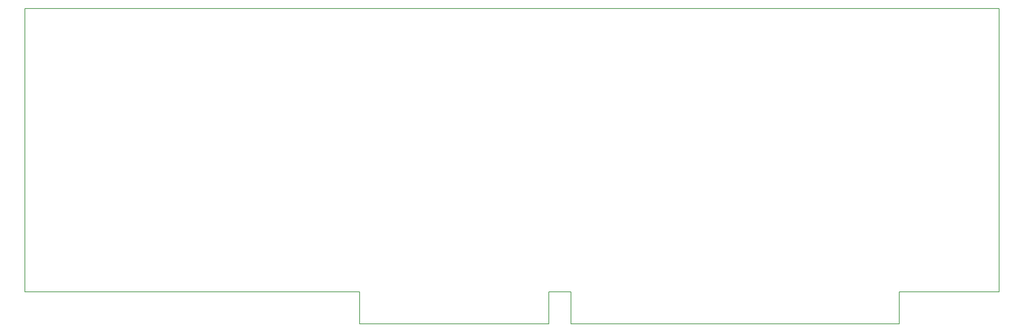
<source format=gbr>
G04 PROTEUS GERBER X2 FILE*
%TF.GenerationSoftware,Labcenter,Proteus,8.9-SP2-Build28501*%
%TF.CreationDate,2021-04-09T23:18:08+00:00*%
%TF.FileFunction,NonPlated,1,2,NPTH*%
%TF.FilePolarity,Positive*%
%TF.Part,Single*%
%TF.SameCoordinates,{17eb0ee2-30aa-48b8-b423-7eda7b5b8fc9}*%
%FSLAX45Y45*%
%MOMM*%
G01*
%TA.AperFunction,Profile*%
%ADD21C,0.203200*%
%TD.AperFunction*%
D21*
X-4020000Y+940000D02*
X-1537000Y+940000D01*
X-1537000Y+7990000D01*
X-25739000Y+7990000D01*
X-25739000Y+940000D01*
X-12170000Y+150000D02*
X-12170000Y+940000D01*
X-17420000Y+940000D02*
X-25739000Y+940000D01*
X-12170000Y+150000D02*
X-4020000Y+150000D01*
X-4020000Y+940000D01*
X-12720000Y+150000D02*
X-12720000Y+940000D01*
X-12170000Y+940000D01*
X-17420000Y+940000D02*
X-17420000Y+150000D01*
X-12720000Y+150000D01*
M02*

</source>
